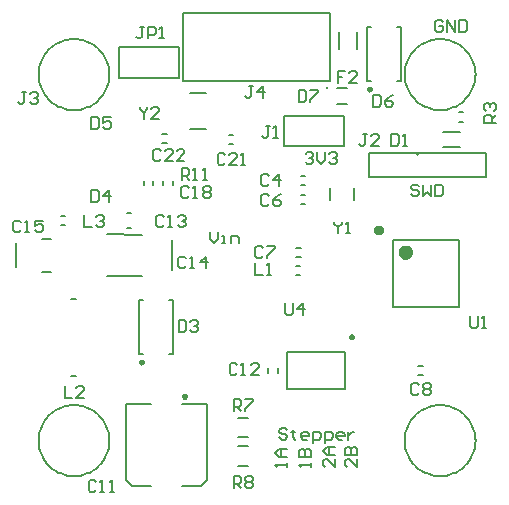
<source format=gto>
%FSTAX23Y23*%
%MOIN*%
%SFA1B1*%

%IPPOS*%
%ADD10C,0.007870*%
%ADD49C,0.005910*%
%ADD57C,0.009840*%
%ADD58C,0.010000*%
%ADD59C,0.003940*%
%ADD60C,0.023620*%
%LNstepperpcb-1*%
%LPD*%
G54D10*
X00926Y00387D02*
Y00513D01*
X01119Y00387D02*
Y00513D01*
X00926Y00387D02*
X01119D01*
X00926Y00513D02*
X01119D01*
X01445Y01245D02*
X01504D01*
X01445Y01194D02*
X01504D01*
X00763Y00197D02*
X00797D01*
X00763Y00133D02*
X00797D01*
X00546Y01068D02*
Y01082D01*
X00514Y01068D02*
Y01082D01*
X00448Y01067D02*
Y01082D01*
X00479Y01067D02*
Y01082D01*
X00394Y00924D02*
X00405D01*
X00394Y00975D02*
X00405D01*
X00533Y00685D02*
X00547D01*
X00533Y00504D02*
X00547D01*
X00432Y00685D02*
X00446D01*
X00432Y00504D02*
X00446D01*
X00547D02*
Y00685D01*
X00432Y00504D02*
Y00685D01*
X00327Y00904D02*
X00442Y00903D01*
X00327Y00766D02*
X00442Y00766D01*
X00544Y00786D02*
Y00885D01*
X00205Y00687D02*
X00222D01*
X00207Y00432D02*
X00224D01*
X00023Y00794D02*
Y00875D01*
X00109Y00779D02*
X0014D01*
X00109Y0089D02*
X0014D01*
X00972Y011D02*
X00987D01*
X00972Y01069D02*
X00987D01*
X00972Y01035D02*
X00987D01*
X00972Y01004D02*
X00987D01*
X01149Y0102D02*
Y01059D01*
X0107Y0102D02*
Y01059D01*
X00173Y00966D02*
X00187D01*
X00173Y00934D02*
X00187D01*
X00957Y008D02*
X00971D01*
X00957Y00768D02*
X00971D01*
X00956Y00829D02*
X00972D01*
X00956Y0086D02*
X00972D01*
X00602Y01255D02*
X00657D01*
X00602Y01374D02*
X00657D01*
X00732Y01204D02*
X00747D01*
X00732Y01235D02*
X00747D01*
X00511Y01209D02*
X00527D01*
X00511Y0124D02*
X00527D01*
X01192Y01414D02*
Y01595D01*
Y01414D02*
X01206D01*
X01192Y01595D02*
X01206D01*
X01293Y01414D02*
X01307D01*
Y01595*
X01293D02*
X01307D01*
X0041Y00065D02*
X00473D01*
X0039Y00085D02*
X0041Y00065D01*
X0039Y00085D02*
Y0034D01*
X0066Y00085D02*
Y0034D01*
X0064Y00065D02*
X0066Y00085D01*
X00576Y00065D02*
X0064D01*
X0039Y0034D02*
X00473D01*
X00576D02*
X0066D01*
X00763Y00292D02*
X00797D01*
X00763Y00228D02*
X00797D01*
X00864Y00442D02*
Y00457D01*
X00895Y00442D02*
Y00457D01*
X01093Y01392D02*
X01126D01*
X01093Y01337D02*
X01126D01*
X00915Y012D02*
X01115D01*
Y013D02*
Y012D01*
X00915Y013D02*
X01115D01*
X00915Y012D02*
Y013D01*
X01198Y01095D02*
X01591D01*
X01198Y01174D02*
X01591D01*
X01198Y01095D02*
Y01174D01*
X01591Y01095D02*
Y01174D01*
X0107Y01414D02*
Y01642D01*
X00578Y01414D02*
X0107D01*
X00578D02*
Y01642D01*
X0107*
X01364Y00465D02*
X01379D01*
X01364Y00434D02*
X01379D01*
X01498Y01311D02*
X01512D01*
X01498Y01279D02*
X01512D01*
X01281Y00663D02*
Y00884D01*
X01501Y00663D02*
Y00884D01*
X01281D02*
X01501D01*
X01281Y00663D02*
X01501D01*
X00365Y01425D02*
Y01528D01*
X00565*
Y01425D02*
Y01528D01*
X00365Y01425D02*
X00565D01*
G54D49*
X01555Y01437D02*
D01*
X01554Y01445*
X01553Y01453*
X01552Y01461*
X0155Y01469*
X01547Y01477*
X01544Y01485*
X01541Y01492*
X01537Y01499*
X01532Y01506*
X01527Y01512*
X01521Y01519*
X01516Y01524*
X01509Y0153*
X01503Y01534*
X01496Y01539*
X01488Y01543*
X01481Y01546*
X01473Y01549*
X01465Y01551*
X01457Y01553*
X01449Y01554*
X01441Y01555*
X01432*
X01424Y01554*
X01416Y01553*
X01408Y01551*
X014Y01549*
X01392Y01546*
X01385Y01543*
X01377Y01539*
X0137Y01534*
X01364Y0153*
X01357Y01524*
X01352Y01519*
X01346Y01512*
X01341Y01506*
X01336Y01499*
X01332Y01492*
X01329Y01485*
X01326Y01477*
X01323Y01469*
X01321Y01461*
X0132Y01453*
X01319Y01445*
X01318Y01437*
X01319Y01428*
X0132Y0142*
X01321Y01412*
X01323Y01404*
X01326Y01396*
X01329Y01388*
X01332Y01381*
X01336Y01374*
X01341Y01367*
X01346Y01361*
X01352Y01354*
X01357Y01349*
X01364Y01343*
X0137Y01339*
X01377Y01334*
X01385Y0133*
X01392Y01327*
X014Y01324*
X01408Y01322*
X01416Y0132*
X01424Y01319*
X01432Y01318*
X01441*
X01449Y01319*
X01457Y0132*
X01465Y01322*
X01473Y01324*
X01481Y01327*
X01488Y0133*
X01496Y01334*
X01503Y01339*
X01509Y01343*
X01516Y01349*
X01521Y01354*
X01527Y01361*
X01532Y01367*
X01537Y01374*
X01541Y01381*
X01544Y01388*
X01547Y01396*
X0155Y01404*
X01552Y01412*
X01553Y0142*
X01554Y01428*
X01555Y01437*
Y00216D02*
D01*
X01554Y00224*
X01553Y00232*
X01552Y00241*
X0155Y00249*
X01547Y00256*
X01544Y00264*
X01541Y00271*
X01537Y00279*
X01532Y00285*
X01527Y00292*
X01521Y00298*
X01516Y00304*
X01509Y00309*
X01503Y00314*
X01496Y00318*
X01488Y00322*
X01481Y00326*
X01473Y00328*
X01465Y00331*
X01457Y00332*
X01449Y00334*
X01441Y00334*
X01432*
X01424Y00334*
X01416Y00332*
X01408Y00331*
X014Y00328*
X01392Y00326*
X01385Y00322*
X01377Y00318*
X0137Y00314*
X01364Y00309*
X01357Y00304*
X01352Y00298*
X01346Y00292*
X01341Y00285*
X01336Y00279*
X01332Y00271*
X01329Y00264*
X01326Y00256*
X01323Y00249*
X01321Y00241*
X0132Y00232*
X01319Y00224*
X01318Y00216*
X01319Y00208*
X0132Y002*
X01321Y00191*
X01323Y00183*
X01326Y00176*
X01329Y00168*
X01332Y00161*
X01336Y00153*
X01341Y00147*
X01346Y0014*
X01352Y00134*
X01357Y00128*
X01364Y00123*
X0137Y00118*
X01377Y00114*
X01385Y0011*
X01392Y00107*
X014Y00104*
X01408Y00101*
X01416Y001*
X01424Y00099*
X01432Y00098*
X01441*
X01449Y00099*
X01457Y001*
X01465Y00101*
X01473Y00104*
X01481Y00107*
X01488Y0011*
X01496Y00114*
X01503Y00118*
X01509Y00123*
X01516Y00128*
X01521Y00134*
X01527Y0014*
X01532Y00147*
X01537Y00153*
X01541Y00161*
X01544Y00168*
X01547Y00176*
X0155Y00183*
X01552Y00191*
X01553Y002*
X01554Y00208*
X01555Y00216*
X00334D02*
D01*
X00334Y00224*
X00333Y00232*
X00332Y00241*
X0033Y00249*
X00327Y00256*
X00324Y00264*
X0032Y00271*
X00316Y00279*
X00312Y00285*
X00307Y00292*
X00301Y00298*
X00295Y00304*
X00289Y00309*
X00282Y00314*
X00275Y00318*
X00268Y00322*
X0026Y00326*
X00253Y00328*
X00245Y00331*
X00237Y00332*
X00228Y00334*
X0022Y00334*
X00212*
X00204Y00334*
X00196Y00332*
X00187Y00331*
X0018Y00328*
X00172Y00326*
X00164Y00322*
X00157Y00318*
X0015Y00314*
X00143Y00309*
X00137Y00304*
X00131Y00298*
X00126Y00292*
X0012Y00285*
X00116Y00279*
X00112Y00271*
X00108Y00264*
X00105Y00256*
X00102Y00249*
X00101Y00241*
X00099Y00232*
X00098Y00224*
X00098Y00216*
X00098Y00208*
X00099Y002*
X00101Y00191*
X00102Y00183*
X00105Y00176*
X00108Y00168*
X00112Y00161*
X00116Y00153*
X0012Y00147*
X00126Y0014*
X00131Y00134*
X00137Y00128*
X00143Y00123*
X0015Y00118*
X00157Y00114*
X00164Y0011*
X00172Y00107*
X0018Y00104*
X00187Y00101*
X00196Y001*
X00204Y00099*
X00212Y00098*
X0022*
X00228Y00099*
X00237Y001*
X00245Y00101*
X00253Y00104*
X0026Y00107*
X00268Y0011*
X00275Y00114*
X00282Y00118*
X00289Y00123*
X00295Y00128*
X00301Y00134*
X00307Y0014*
X00312Y00147*
X00316Y00153*
X0032Y00161*
X00324Y00168*
X00327Y00176*
X0033Y00183*
X00332Y00191*
X00333Y002*
X00334Y00208*
X00334Y00216*
Y01437D02*
D01*
X00334Y01445*
X00333Y01453*
X00332Y01461*
X0033Y01469*
X00327Y01477*
X00324Y01485*
X0032Y01492*
X00316Y01499*
X00312Y01506*
X00307Y01512*
X00301Y01519*
X00295Y01524*
X00289Y0153*
X00282Y01534*
X00275Y01539*
X00268Y01543*
X0026Y01546*
X00253Y01549*
X00245Y01551*
X00237Y01553*
X00228Y01554*
X0022Y01555*
X00212*
X00204Y01554*
X00196Y01553*
X00187Y01551*
X0018Y01549*
X00172Y01546*
X00164Y01543*
X00157Y01539*
X0015Y01534*
X00143Y0153*
X00137Y01524*
X00131Y01519*
X00126Y01512*
X0012Y01506*
X00116Y01499*
X00112Y01492*
X00108Y01485*
X00105Y01477*
X00102Y01469*
X00101Y01461*
X00099Y01453*
X00098Y01445*
X00098Y01437*
X00098Y01428*
X00099Y0142*
X00101Y01412*
X00102Y01404*
X00105Y01396*
X00108Y01388*
X00112Y01381*
X00116Y01374*
X0012Y01367*
X00126Y01361*
X00131Y01354*
X00137Y01349*
X00143Y01343*
X0015Y01339*
X00157Y01334*
X00164Y0133*
X00172Y01327*
X0018Y01324*
X00187Y01322*
X00196Y0132*
X00204Y01319*
X00212Y01318*
X0022*
X00228Y01319*
X00237Y0132*
X00245Y01322*
X00253Y01324*
X0026Y01327*
X00268Y0133*
X00275Y01334*
X00282Y01339*
X00289Y01343*
X00295Y01349*
X00301Y01354*
X00307Y01361*
X00312Y01367*
X00316Y01374*
X0032Y01381*
X00324Y01388*
X00327Y01396*
X0033Y01404*
X00332Y01412*
X00333Y0142*
X00334Y01428*
X00334Y01437*
X01161Y01522D02*
Y01577D01*
X01098Y01522D02*
Y01577D01*
X00055Y01377D02*
X00042D01*
X00049*
Y01345*
X00042Y01338*
X00036*
X00029Y01345*
X00068Y01371D02*
X00075Y01377D01*
X00088*
X00095Y01371*
Y01364*
X00088Y01358*
X00082*
X00088*
X00095Y01351*
Y01345*
X00088Y01338*
X00075*
X00068Y01345*
X00919Y00674D02*
Y00641D01*
X00926Y00634*
X00939*
X00946Y00641*
Y00674*
X00978Y00634D02*
Y00674D01*
X00959Y00654*
X00985*
X01447Y01611D02*
X0144Y01618D01*
X01427*
X01421Y01611*
Y01585*
X01427Y01578*
X0144*
X01447Y01585*
Y01598*
X01434*
X0146Y01578D02*
Y01618D01*
X01486Y01578*
Y01618*
X01499D02*
Y01578D01*
X01519*
X01526Y01585*
Y01611*
X01519Y01618*
X01499*
X00669Y00913D02*
Y00887D01*
X00682Y00874*
X00695Y00887*
Y00913*
X00708Y00874D02*
X00721D01*
X00715*
Y009*
X00708*
X00741Y00874D02*
Y009D01*
X00761*
X00767Y00893*
Y00874*
X00988Y01172D02*
X00994Y01179D01*
X01007*
X01014Y01172*
Y01166*
X01007Y01159*
X01001*
X01007*
X01014Y01152*
Y01146*
X01007Y01139*
X00994*
X00988Y01146*
X01027Y01179D02*
Y01152D01*
X0104Y01139*
X01053Y01152*
Y01179*
X01066Y01172D02*
X01073Y01179D01*
X01086*
X01093Y01172*
Y01166*
X01086Y01159*
X0108*
X01086*
X01093Y01152*
Y01146*
X01086Y01139*
X01073*
X01066Y01146*
X01085Y00156D02*
Y0013D01*
X01058Y00156*
X01052*
X01045Y00149*
Y00136*
X01052Y0013*
X01085Y00169D02*
X01058D01*
X01045Y00182*
X01058Y00195*
X01085*
X01065*
Y00169*
X01005Y0013D02*
Y00143D01*
Y00136*
X00965*
X00972Y0013*
X00965Y00162D02*
X01005D01*
Y00182*
X00998Y00189*
X00991*
X00985Y00182*
Y00162*
Y00182*
X00978Y00189*
X00972*
X00965Y00182*
Y00162*
X00925Y0013D02*
Y00143D01*
Y00136*
X00885*
X00892Y0013*
X00925Y00162D02*
X00898D01*
X00885Y00175*
X00898Y00189*
X00925*
X00905*
Y00162*
X0116Y00156D02*
Y0013D01*
X01133Y00156*
X01127*
X0112Y00149*
Y00136*
X01127Y0013*
X0112Y00169D02*
X0116D01*
Y00189*
X01153Y00195*
X01146*
X0114Y00189*
Y00169*
Y00189*
X01133Y00195*
X01127*
X0112Y00189*
Y00169*
X00748Y00059D02*
Y00098D01*
X00767*
X00774Y00091*
Y00078*
X00767Y00072*
X00748*
X00761D02*
X00774Y00059D01*
X00787Y00091D02*
X00793Y00098D01*
X00807*
X00813Y00091*
Y00085*
X00807Y00078*
X00813Y00072*
Y00065*
X00807Y00059*
X00793*
X00787Y00065*
Y00072*
X00793Y00078*
X00787Y00085*
Y00091*
X00793Y00078D02*
X00807D01*
X00748Y00316D02*
Y00356D01*
X00767*
X00774Y00349*
Y00336*
X00767Y0033*
X00748*
X00761D02*
X00774Y00316D01*
X00787Y00356D02*
X00813D01*
Y00349*
X00787Y00323*
Y00316*
X0025Y00969D02*
Y0093D01*
X00276*
X00289Y00962D02*
X00295Y00969D01*
X00309*
X00315Y00962*
Y00956*
X00309Y00949*
X00302*
X00309*
X00315Y00943*
Y00936*
X00309Y0093*
X00295*
X00289Y00936*
X00185Y00399D02*
Y0036D01*
X00211*
X0025D02*
X00224D01*
X0025Y00386*
Y00392*
X00244Y00399*
X0023*
X00224Y00392*
X01121Y01449D02*
X01095D01*
Y01429*
X01108*
X01095*
Y0141*
X0116D02*
X01134D01*
X0116Y01436*
Y01442*
X01154Y01449*
X0114*
X01134Y01442*
X01214Y0137D02*
Y0133D01*
X01234*
X0124Y01337*
Y01363*
X01234Y0137*
X01214*
X0128D02*
X01267Y01363D01*
X01253Y0135*
Y01337*
X0126Y0133*
X01273*
X0128Y01337*
Y01343*
X01273Y0135*
X01253*
X00273Y01294D02*
Y01255D01*
X00293*
X00299Y01261*
Y01287*
X00293Y01294*
X00273*
X00339D02*
X00312D01*
Y01274*
X00326Y01281*
X00332*
X00339Y01274*
Y01261*
X00332Y01255*
X00319*
X00312Y01261*
X00273Y01051D02*
Y01011D01*
X00293*
X00299Y01018*
Y01044*
X00293Y01051*
X00273*
X00332Y01011D02*
Y01051D01*
X00312Y01031*
X00339*
X00565Y00619D02*
Y0058D01*
X00584*
X00591Y00586*
Y00612*
X00584Y00619*
X00565*
X00604Y00612D02*
X0061Y00619D01*
X00624*
X0063Y00612*
Y00606*
X00624Y00599*
X00617*
X00624*
X0063Y00593*
Y00586*
X00624Y0058*
X0061*
X00604Y00586*
X006Y01057D02*
X00593Y01064D01*
X0058*
X00574Y01057*
Y01031*
X0058Y01025*
X00593*
X006Y01031*
X00613Y01025D02*
X00626D01*
X0062*
Y01064*
X00613Y01057*
X00646D02*
X00652Y01064D01*
X00666*
X00672Y01057*
Y01051*
X00666Y01044*
X00672Y01038*
Y01031*
X00666Y01025*
X00652*
X00646Y01031*
Y01038*
X00652Y01044*
X00646Y01051*
Y01057*
X00652Y01044D02*
X00666D01*
X0004Y00944D02*
X00033Y0095D01*
X0002*
X00013Y00944*
Y00917*
X0002Y00911*
X00033*
X0004Y00917*
X00053Y00911D02*
X00066D01*
X00059*
Y0095*
X00053Y00944*
X00112Y0095D02*
X00085D01*
Y00931*
X00099Y00937*
X00105*
X00112Y00931*
Y00917*
X00105Y00911*
X00092*
X00085Y00917*
X00591Y00824D02*
X00584Y0083D01*
X00571*
X00564Y00824*
Y00797*
X00571Y00791*
X00584*
X00591Y00797*
X00604Y00791D02*
X00617D01*
X0061*
Y0083*
X00604Y00824*
X00656Y00791D02*
Y0083D01*
X00637Y00811*
X00663*
X00516Y00962D02*
X00509Y00969D01*
X00496*
X0049Y00962*
Y00936*
X00496Y0093*
X00509*
X00516Y00936*
X00529Y0093D02*
X00542D01*
X00535*
Y00969*
X00529Y00962*
X00562D02*
X00568Y00969D01*
X00581*
X00588Y00962*
Y00956*
X00581Y00949*
X00575*
X00581*
X00588Y00943*
Y00936*
X00581Y0093*
X00568*
X00562Y00936*
X00761Y00467D02*
X00754Y00474D01*
X00741*
X00735Y00467*
Y00441*
X00741Y00435*
X00754*
X00761Y00441*
X00774Y00435D02*
X00787D01*
X0078*
Y00474*
X00774Y00467*
X00833Y00435D02*
X00807D01*
X00833Y00461*
Y00467*
X00826Y00474*
X00813*
X00807Y00467*
X00291Y00077D02*
X00284Y00084D01*
X00271*
X00265Y00077*
Y00051*
X00271Y00045*
X00284*
X00291Y00051*
X00304Y00045D02*
X00317D01*
X0031*
Y00084*
X00304Y00077*
X00337Y00045D02*
X0035D01*
X00343*
Y00084*
X00337Y00077*
X00866Y01097D02*
X00859Y01104D01*
X00846*
X0084Y01097*
Y01071*
X00846Y01065*
X00859*
X00866Y01071*
X00899Y01065D02*
Y01104D01*
X00879Y01084*
X00905*
X01366Y00402D02*
X01359Y00409D01*
X01346*
X0134Y00402*
Y00376*
X01346Y0037*
X01359*
X01366Y00376*
X01379Y00402D02*
X01385Y00409D01*
X01399*
X01405Y00402*
Y00396*
X01399Y00389*
X01405Y00383*
Y00376*
X01399Y0037*
X01385*
X01379Y00376*
Y00383*
X01385Y00389*
X01379Y00396*
Y00402*
X01385Y00389D02*
X01399D01*
X00866Y01032D02*
X00859Y01039D01*
X00846*
X0084Y01032*
Y01006*
X00846Y01*
X00859*
X00866Y01006*
X00905Y01039D02*
X00892Y01032D01*
X00879Y01019*
Y01006*
X00885Y01*
X00899*
X00905Y01006*
Y01013*
X00899Y01019*
X00879*
X00845Y00857D02*
X00839Y00864D01*
X00826*
X00819Y00857*
Y00831*
X00826Y00825*
X00839*
X00845Y00831*
X00858Y00864D02*
X00885D01*
Y00857*
X00858Y00831*
Y00825*
X00506Y01182D02*
X00499Y01189D01*
X00486*
X0048Y01182*
Y01156*
X00486Y0115*
X00499*
X00506Y01156*
X00545Y0115D02*
X00519D01*
X00545Y01176*
Y01182*
X00539Y01189*
X00525*
X00519Y01182*
X00584Y0115D02*
X00558D01*
X00584Y01176*
Y01182*
X00578Y01189*
X00565*
X00558Y01182*
X00721Y01167D02*
X00714Y01174D01*
X00701*
X00695Y01167*
Y01141*
X00701Y01135*
X00714*
X00721Y01141*
X0076Y01135D02*
X00734D01*
X0076Y01161*
Y01167*
X00754Y01174*
X0074*
X00734Y01167*
X00773Y01135D02*
X00786D01*
X0078*
Y01174*
X00773Y01167*
X00435Y01329D02*
Y01322D01*
X00448Y01309*
X00461Y01322*
Y01329*
X00448Y01309D02*
Y0129D01*
X005D02*
X00474D01*
X005Y01316*
Y01322*
X00494Y01329*
X0048*
X00474Y01322*
X01084Y00946D02*
Y0094D01*
X01097Y00927*
X0111Y0094*
Y00946*
X01097Y00927D02*
Y00907D01*
X01124D02*
X01137D01*
X0113*
Y00946*
X01124Y0094*
X00575Y01085D02*
Y01124D01*
X00594*
X00601Y01117*
Y01104*
X00594Y01098*
X00575*
X00588D02*
X00601Y01085D01*
X00614D02*
X00627D01*
X0062*
Y01124*
X00614Y01117*
X00647Y01085D02*
X0066D01*
X00653*
Y01124*
X00647Y01117*
X00819Y00808D02*
Y00769D01*
X00845*
X00858D02*
X00872D01*
X00865*
Y00808*
X00858Y00801*
X00449Y01596D02*
X00436D01*
X00442*
Y01563*
X00436Y01557*
X00429*
X00423Y01563*
X00462Y01557D02*
Y01596D01*
X00482*
X00488Y01589*
Y01576*
X00482Y0157*
X00462*
X00501Y01557D02*
X00515D01*
X00508*
Y01596*
X00501Y01589*
X00868Y01265D02*
X00855D01*
X00862*
Y01232*
X00855Y01226*
X00849*
X00842Y01232*
X00881Y01226D02*
X00895D01*
X00888*
Y01265*
X00881Y01259*
X01193Y01238D02*
X0118D01*
X01187*
Y01205*
X0118Y01198*
X01173*
X01167Y01205*
X01232Y01198D02*
X01206D01*
X01232Y01225*
Y01231*
X01226Y01238*
X01213*
X01206Y01231*
X00813Y01399D02*
X008D01*
X00807*
Y01366*
X008Y0136*
X00793*
X00787Y01366*
X00846Y0136D02*
Y01399D01*
X00826Y01379*
X00853*
X00965Y01384D02*
Y01345D01*
X00984*
X00991Y01351*
Y01377*
X00984Y01384*
X00965*
X01004D02*
X0103D01*
Y01377*
X01004Y01351*
Y01345*
X01273Y0124D02*
Y012D01*
X01293*
X01299Y01207*
Y01233*
X01293Y0124*
X01273*
X01312Y012D02*
X01326D01*
X01319*
Y0124*
X01312Y01233*
X01624Y01275D02*
X01584D01*
Y01295*
X01591Y01301*
X01604*
X0161Y01295*
Y01275*
Y01288D02*
X01624Y01301D01*
X01591Y01314D02*
X01584Y01321D01*
Y01334*
X01591Y01341*
X01597*
X01604Y01334*
Y01328*
Y01334*
X0161Y01341*
X01617*
X01624Y01334*
Y01321*
X01617Y01314*
X01537Y00631D02*
Y00599D01*
X01543Y00592*
X01557*
X01563Y00599*
Y00631*
X01576Y00592D02*
X01589D01*
X01583*
Y00631*
X01576Y00625*
X00927Y00253D02*
X00921Y00259D01*
X00908*
X00901Y00253*
Y00246*
X00908Y0024*
X00921*
X00927Y00233*
Y00227*
X00921Y0022*
X00908*
X00901Y00227*
X00947Y00253D02*
Y00246D01*
X0094*
X00954*
X00947*
Y00227*
X00954Y0022*
X00993D02*
X0098D01*
X00973Y00227*
Y0024*
X0098Y00246*
X00993*
X00999Y0024*
Y00233*
X00973*
X01013Y00207D02*
Y00246D01*
X01032*
X01039Y0024*
Y00227*
X01032Y0022*
X01013*
X01052Y00207D02*
Y00246D01*
X01072*
X01078Y0024*
Y00227*
X01072Y0022*
X01052*
X01111D02*
X01098D01*
X01091Y00227*
Y0024*
X01098Y00246*
X01111*
X01118Y0024*
Y00233*
X01091*
X01131Y00246D02*
Y0022D01*
Y00233*
X01137Y0024*
X01144Y00246*
X0115*
X01366Y01064D02*
X0136Y0107D01*
X01347*
X0134Y01064*
Y01057*
X01347Y01051*
X0136*
X01366Y01044*
Y01038*
X0136Y01031*
X01347*
X0134Y01038*
X01379Y0107D02*
Y01031D01*
X01393Y01044*
X01406Y01031*
Y0107*
X01419D02*
Y01031D01*
X01438*
X01445Y01038*
Y01064*
X01438Y0107*
X01419*
G54D57*
X01145Y00562D02*
D01*
X01145Y00562*
X01145Y00562*
X01145Y00563*
X01145Y00563*
X01145Y00563*
X01145Y00564*
X01145Y00564*
X01145Y00564*
X01144Y00565*
X01144Y00565*
X01144Y00565*
X01144Y00565*
X01143Y00566*
X01143Y00566*
X01143Y00566*
X01143Y00566*
X01142Y00566*
X01142Y00566*
X01142Y00567*
X01141Y00567*
X01141Y00567*
X01141Y00567*
X0114*
X0114Y00567*
X0114Y00567*
X01139Y00567*
X01139Y00566*
X01139Y00566*
X01138Y00566*
X01138Y00566*
X01138Y00566*
X01137Y00566*
X01137Y00565*
X01137Y00565*
X01137Y00565*
X01136Y00565*
X01136Y00564*
X01136Y00564*
X01136Y00564*
X01136Y00563*
X01136Y00563*
X01136Y00563*
X01136Y00562*
X01136Y00562*
X01135Y00562*
X01136Y00561*
X01136Y00561*
X01136Y00561*
X01136Y0056*
X01136Y0056*
X01136Y0056*
X01136Y00559*
X01136Y00559*
X01136Y00559*
X01137Y00559*
X01137Y00558*
X01137Y00558*
X01137Y00558*
X01138Y00558*
X01138Y00558*
X01138Y00557*
X01139Y00557*
X01139Y00557*
X01139Y00557*
X0114Y00557*
X0114Y00557*
X0114Y00557*
X01141*
X01141Y00557*
X01141Y00557*
X01142Y00557*
X01142Y00557*
X01142Y00557*
X01143Y00557*
X01143Y00558*
X01143Y00558*
X01143Y00558*
X01144Y00558*
X01144Y00558*
X01144Y00559*
X01144Y00559*
X01145Y00559*
X01145Y00559*
X01145Y0056*
X01145Y0056*
X01145Y0056*
X01145Y00561*
X01145Y00561*
X01145Y00561*
X01145Y00562*
X00445Y00478D02*
D01*
X00445Y00479*
X00445Y00479*
X00445Y00479*
X00445Y0048*
X00445Y0048*
X00445Y0048*
X00445Y00481*
X00444Y00481*
X00444Y00481*
X00444Y00482*
X00444Y00482*
X00444Y00482*
X00443Y00482*
X00443Y00482*
X00443Y00483*
X00442Y00483*
X00442Y00483*
X00442Y00483*
X00441Y00483*
X00441Y00483*
X00441Y00483*
X0044Y00483*
X0044*
X0044Y00483*
X00439Y00483*
X00439Y00483*
X00439Y00483*
X00438Y00483*
X00438Y00483*
X00438Y00483*
X00438Y00482*
X00437Y00482*
X00437Y00482*
X00437Y00482*
X00437Y00482*
X00436Y00481*
X00436Y00481*
X00436Y00481*
X00436Y0048*
X00436Y0048*
X00436Y0048*
X00435Y00479*
X00435Y00479*
X00435Y00479*
X00435Y00478*
X00435Y00478*
X00435Y00478*
X00435Y00477*
X00436Y00477*
X00436Y00477*
X00436Y00476*
X00436Y00476*
X00436Y00476*
X00436Y00475*
X00437Y00475*
X00437Y00475*
X00437Y00475*
X00437Y00474*
X00438Y00474*
X00438Y00474*
X00438Y00474*
X00438Y00474*
X00439Y00474*
X00439Y00474*
X00439Y00474*
X0044Y00473*
X0044Y00473*
X0044*
X00441Y00473*
X00441Y00474*
X00441Y00474*
X00442Y00474*
X00442Y00474*
X00442Y00474*
X00443Y00474*
X00443Y00474*
X00443Y00474*
X00444Y00475*
X00444Y00475*
X00444Y00475*
X00444Y00475*
X00444Y00476*
X00445Y00476*
X00445Y00476*
X00445Y00477*
X00445Y00477*
X00445Y00477*
X00445Y00478*
X00445Y00478*
X00445Y00478*
X01205Y01388D02*
D01*
X01205Y01389*
X01205Y01389*
X01205Y01389*
X01205Y0139*
X01205Y0139*
X01205Y0139*
X01205Y01391*
X01204Y01391*
X01204Y01391*
X01204Y01392*
X01204Y01392*
X01204Y01392*
X01203Y01392*
X01203Y01392*
X01203Y01393*
X01202Y01393*
X01202Y01393*
X01202Y01393*
X01201Y01393*
X01201Y01393*
X01201Y01393*
X012Y01393*
X012*
X012Y01393*
X01199Y01393*
X01199Y01393*
X01199Y01393*
X01198Y01393*
X01198Y01393*
X01198Y01393*
X01198Y01392*
X01197Y01392*
X01197Y01392*
X01197Y01392*
X01197Y01392*
X01196Y01391*
X01196Y01391*
X01196Y01391*
X01196Y0139*
X01196Y0139*
X01196Y0139*
X01195Y01389*
X01195Y01389*
X01195Y01389*
X01195Y01388*
X01195Y01388*
X01195Y01388*
X01195Y01387*
X01196Y01387*
X01196Y01387*
X01196Y01386*
X01196Y01386*
X01196Y01386*
X01196Y01385*
X01197Y01385*
X01197Y01385*
X01197Y01385*
X01197Y01384*
X01198Y01384*
X01198Y01384*
X01198Y01384*
X01198Y01384*
X01199Y01384*
X01199Y01384*
X01199Y01384*
X012Y01383*
X012Y01383*
X012*
X01201Y01383*
X01201Y01384*
X01201Y01384*
X01202Y01384*
X01202Y01384*
X01202Y01384*
X01203Y01384*
X01203Y01384*
X01203Y01384*
X01204Y01385*
X01204Y01385*
X01204Y01385*
X01204Y01385*
X01204Y01386*
X01205Y01386*
X01205Y01386*
X01205Y01387*
X01205Y01387*
X01205Y01387*
X01205Y01388*
X01205Y01388*
X01205Y01388*
X00589Y00364D02*
D01*
X00589Y00365*
X00589Y00365*
X00589Y00365*
X00589Y00366*
X00589Y00366*
X00589Y00366*
X00589Y00367*
X00589Y00367*
X00588Y00367*
X00588Y00368*
X00588Y00368*
X00588Y00368*
X00588Y00368*
X00587Y00368*
X00587Y00369*
X00587Y00369*
X00586Y00369*
X00586Y00369*
X00586Y00369*
X00585Y00369*
X00585Y00369*
X00585Y00369*
X00584*
X00584Y00369*
X00584Y00369*
X00583Y00369*
X00583Y00369*
X00583Y00369*
X00582Y00369*
X00582Y00369*
X00582Y00368*
X00581Y00368*
X00581Y00368*
X00581Y00368*
X00581Y00368*
X00581Y00367*
X0058Y00367*
X0058Y00367*
X0058Y00366*
X0058Y00366*
X0058Y00366*
X0058Y00365*
X0058Y00365*
X0058Y00365*
X0058Y00364*
X0058Y00364*
X0058Y00364*
X0058Y00363*
X0058Y00363*
X0058Y00363*
X0058Y00362*
X0058Y00362*
X0058Y00362*
X00581Y00362*
X00581Y00361*
X00581Y00361*
X00581Y00361*
X00581Y00361*
X00582Y0036*
X00582Y0036*
X00582Y0036*
X00583Y0036*
X00583Y0036*
X00583Y0036*
X00584Y0036*
X00584Y0036*
X00584Y0036*
X00585*
X00585Y0036*
X00585Y0036*
X00586Y0036*
X00586Y0036*
X00586Y0036*
X00587Y0036*
X00587Y0036*
X00587Y0036*
X00588Y00361*
X00588Y00361*
X00588Y00361*
X00588Y00361*
X00588Y00362*
X00589Y00362*
X00589Y00362*
X00589Y00362*
X00589Y00363*
X00589Y00363*
X00589Y00363*
X00589Y00364*
X00589Y00364*
X00589Y00364*
G54D58*
X0136Y01173D02*
D01*
X0136Y01173*
X0136Y01173*
X0136Y01173*
X0136Y01173*
X0136Y01173*
X0136Y01173*
X0136Y01173*
X0136Y01173*
X0136Y01173*
X0136Y01173*
X0136Y01173*
X0136Y01174*
X0136Y01174*
X0136Y01174*
X0136Y01174*
X0136Y01174*
X01359Y01174*
X01359Y01174*
X01359Y01174*
X01359Y01174*
X01359Y01174*
X01359Y01174*
X01359*
X01359Y01174*
X01359Y01174*
X01359Y01174*
X01358Y01174*
X01358Y01174*
X01358Y01174*
X01358Y01174*
X01358Y01174*
X01358Y01174*
X01358Y01174*
X01358Y01173*
X01358Y01173*
X01358Y01173*
X01358Y01173*
X01358Y01173*
X01358Y01173*
X01358Y01173*
X01358Y01173*
X01358Y01173*
X01358Y01173*
X01358Y01173*
X01358Y01173*
X01358Y01172*
X01358Y01172*
X01358Y01172*
X01358Y01172*
X01358Y01172*
X01358Y01172*
X01358Y01172*
X01358Y01172*
X01358Y01172*
X01358Y01172*
X01358Y01172*
X01358Y01171*
X01358Y01171*
X01358Y01171*
X01358Y01171*
X01358Y01171*
X01358Y01171*
X01358Y01171*
X01359Y01171*
X01359Y01171*
X01359Y01171*
X01359Y01171*
X01359*
X01359Y01171*
X01359Y01171*
X01359Y01171*
X01359Y01171*
X01359Y01171*
X0136Y01171*
X0136Y01171*
X0136Y01171*
X0136Y01171*
X0136Y01171*
X0136Y01172*
X0136Y01172*
X0136Y01172*
X0136Y01172*
X0136Y01172*
X0136Y01172*
X0136Y01172*
X0136Y01172*
X0136Y01172*
X0136Y01172*
X0136Y01172*
X0136Y01173*
G54D59*
X01059Y01393D02*
D01*
X01059Y01393*
X01059Y01393*
X01059Y01393*
X01059Y01393*
X01059Y01393*
X01059Y01393*
X01059Y01394*
X01059Y01394*
X01059Y01394*
X01059Y01394*
X01059Y01394*
X01058Y01394*
X01058Y01394*
X01058Y01394*
X01058Y01394*
X01058Y01394*
X01058Y01394*
X01058Y01395*
X01058Y01395*
X01057Y01395*
X01057Y01395*
X01057Y01395*
X01057*
X01057Y01395*
X01057Y01395*
X01057Y01395*
X01057Y01395*
X01056Y01394*
X01056Y01394*
X01056Y01394*
X01056Y01394*
X01056Y01394*
X01056Y01394*
X01056Y01394*
X01056Y01394*
X01056Y01394*
X01055Y01394*
X01055Y01394*
X01055Y01393*
X01055Y01393*
X01055Y01393*
X01055Y01393*
X01055Y01393*
X01055Y01393*
X01055Y01393*
X01055Y01393*
X01055Y01392*
X01055Y01392*
X01055Y01392*
X01055Y01392*
X01055Y01392*
X01055Y01392*
X01055Y01392*
X01056Y01391*
X01056Y01391*
X01056Y01391*
X01056Y01391*
X01056Y01391*
X01056Y01391*
X01056Y01391*
X01056Y01391*
X01056Y01391*
X01057Y01391*
X01057Y01391*
X01057Y01391*
X01057Y01391*
X01057Y01391*
X01057*
X01057Y01391*
X01057Y01391*
X01058Y01391*
X01058Y01391*
X01058Y01391*
X01058Y01391*
X01058Y01391*
X01058Y01391*
X01058Y01391*
X01058Y01391*
X01059Y01391*
X01059Y01391*
X01059Y01391*
X01059Y01392*
X01059Y01392*
X01059Y01392*
X01059Y01392*
X01059Y01392*
X01059Y01392*
X01059Y01392*
X01059Y01393*
X01059Y01393*
G54D60*
X01332Y00845D02*
D01*
X01332Y00845*
X01332Y00846*
X01332Y00847*
X01332Y00848*
X01331Y00849*
X01331Y00849*
X01331Y0085*
X0133Y00851*
X0133Y00851*
X01329Y00852*
X01329Y00853*
X01328Y00853*
X01328Y00854*
X01327Y00854*
X01326Y00855*
X01326Y00855*
X01325Y00855*
X01324Y00856*
X01323Y00856*
X01322Y00856*
X01322Y00856*
X01321Y00856*
X0132*
X01319Y00856*
X01318Y00856*
X01318Y00856*
X01317Y00856*
X01316Y00855*
X01315Y00855*
X01314Y00855*
X01314Y00854*
X01313Y00854*
X01312Y00853*
X01312Y00853*
X01311Y00852*
X01311Y00851*
X0131Y00851*
X0131Y0085*
X0131Y00849*
X01309Y00849*
X01309Y00848*
X01309Y00847*
X01309Y00846*
X01309Y00845*
X01309Y00845*
X01309Y00844*
X01309Y00843*
X01309Y00842*
X01309Y00841*
X01309Y00841*
X0131Y0084*
X0131Y00839*
X0131Y00838*
X01311Y00838*
X01311Y00837*
X01312Y00836*
X01312Y00836*
X01313Y00835*
X01314Y00835*
X01314Y00834*
X01315Y00834*
X01316Y00834*
X01317Y00833*
X01318Y00833*
X01318Y00833*
X01319Y00833*
X0132Y00833*
X01321*
X01322Y00833*
X01322Y00833*
X01323Y00833*
X01324Y00833*
X01325Y00834*
X01326Y00834*
X01326Y00834*
X01327Y00835*
X01328Y00835*
X01328Y00836*
X01329Y00836*
X01329Y00837*
X0133Y00838*
X0133Y00838*
X01331Y00839*
X01331Y0084*
X01331Y00841*
X01332Y00841*
X01332Y00842*
X01332Y00843*
X01332Y00844*
X01332Y00845*
X01237Y00919D02*
D01*
X01236Y00919*
X01236Y00919*
X01236Y0092*
X01236Y0092*
X01236Y0092*
X01236Y00921*
X01236Y00921*
X01236Y00921*
X01236Y00921*
X01235Y00922*
X01235Y00922*
X01235Y00922*
X01235Y00922*
X01234Y00923*
X01234Y00923*
X01234Y00923*
X01233Y00923*
X01233Y00923*
X01233Y00923*
X01232Y00923*
X01232Y00923*
X01232Y00923*
X01231*
X01231Y00923*
X01231Y00923*
X0123Y00923*
X0123Y00923*
X0123Y00923*
X01229Y00923*
X01229Y00923*
X01229Y00923*
X01229Y00922*
X01228Y00922*
X01228Y00922*
X01228Y00922*
X01228Y00921*
X01227Y00921*
X01227Y00921*
X01227Y00921*
X01227Y0092*
X01227Y0092*
X01227Y0092*
X01227Y00919*
X01227Y00919*
X01227Y00919*
X01227Y00918*
X01227Y00918*
X01227Y00918*
X01227Y00917*
X01227Y00917*
X01227Y00917*
X01227Y00916*
X01227Y00916*
X01228Y00916*
X01228Y00915*
X01228Y00915*
X01228Y00915*
X01229Y00915*
X01229Y00914*
X01229Y00914*
X01229Y00914*
X0123Y00914*
X0123Y00914*
X0123Y00914*
X01231Y00914*
X01231Y00914*
X01231Y00914*
X01232*
X01232Y00914*
X01232Y00914*
X01233Y00914*
X01233Y00914*
X01233Y00914*
X01234Y00914*
X01234Y00914*
X01234Y00914*
X01235Y00915*
X01235Y00915*
X01235Y00915*
X01235Y00915*
X01236Y00916*
X01236Y00916*
X01236Y00916*
X01236Y00917*
X01236Y00917*
X01236Y00917*
X01236Y00918*
X01236Y00918*
X01236Y00918*
X01237Y00919*
M02*
</source>
